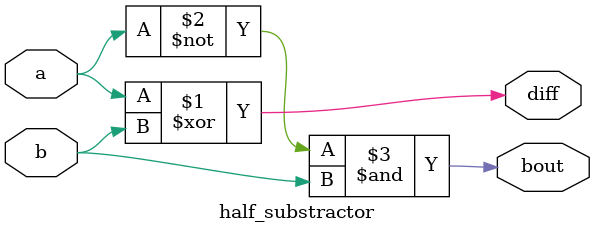
<source format=v>
`timescale 1ns / 1ps


module half_substractor(a,b,diff,bout);
input a,b;
output diff,bout;
 xor(diff,a,b);
 and(bout,~a,b);
 endmodule 

</source>
